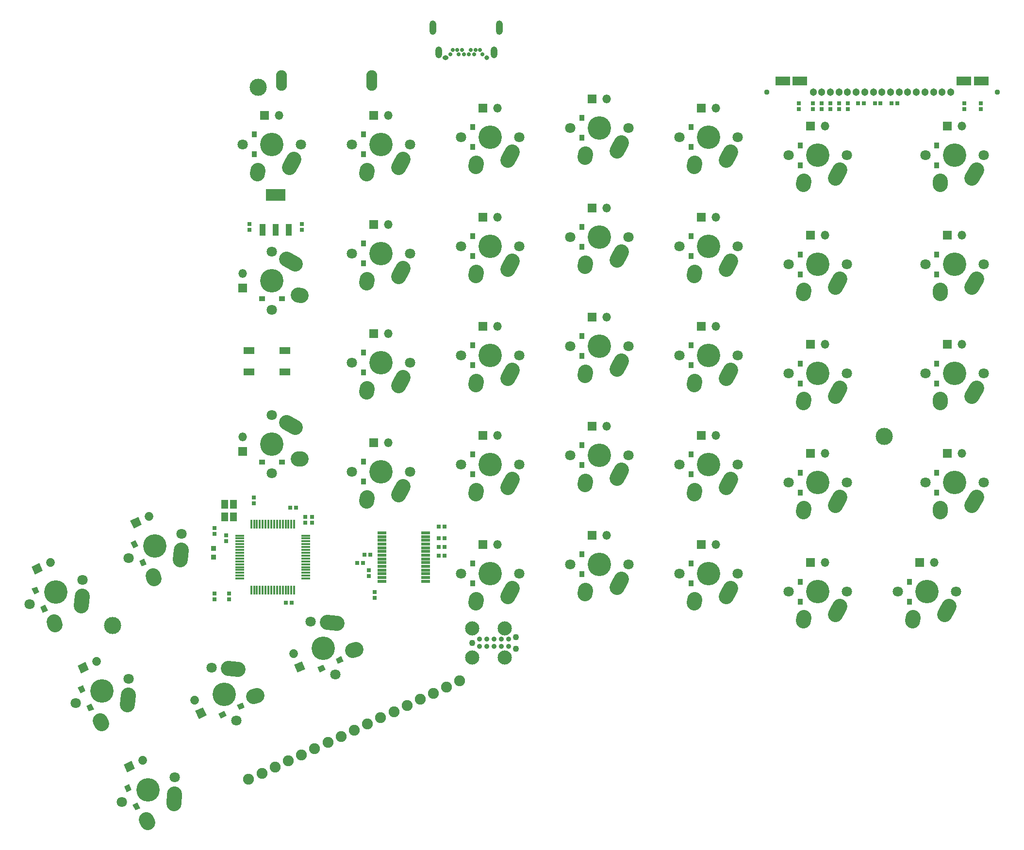
<source format=gbs>
G04 #@! TF.FileFunction,Soldermask,Bot*
%FSLAX46Y46*%
G04 Gerber Fmt 4.6, Leading zero omitted, Abs format (unit mm)*
G04 Created by KiCad (PCBNEW (2016-03-18 BZR 6629, Git 60d93d0)-product) date 7/17/2016 1:37:34 PM*
%MOMM*%
G01*
G04 APERTURE LIST*
%ADD10C,0.150000*%
%ADD11C,0.801600*%
%ADD12C,0.701600*%
%ADD13O,1.201600X2.051600*%
%ADD14O,1.201600X2.501600*%
%ADD15O,1.051600X0.801600*%
%ADD16R,0.401600X1.601600*%
%ADD17R,1.601600X0.401600*%
%ADD18R,1.301600X1.501600*%
%ADD19C,1.901600*%
%ADD20C,0.889000*%
%ADD21C,1.092210*%
%ADD22C,2.476510*%
%ADD23R,0.751600X0.701600*%
%ADD24R,0.701600X0.751600*%
%ADD25R,1.531600X0.501600*%
%ADD26R,0.899160X0.899160*%
%ADD27R,1.901600X1.201600*%
%ADD28R,1.051600X2.001600*%
%ADD29R,3.351600X2.001600*%
%ADD30O,1.901600X3.601600*%
%ADD31R,2.501600X1.601600*%
%ADD32C,1.301600*%
%ADD33C,0.951610*%
%ADD34C,3.000000*%
%ADD35O,1.501600X1.501600*%
%ADD36R,1.501600X1.501600*%
%ADD37C,1.501600*%
%ADD38R,1.102360X0.952500*%
%ADD39R,0.952500X1.102360*%
%ADD40C,4.089410*%
%ADD41C,1.803410*%
%ADD42C,2.601600*%
G04 APERTURE END LIST*
D10*
D11*
X109899000Y-49936400D03*
D12*
X103499000Y-49386400D03*
X103899000Y-48586400D03*
X104699000Y-48586400D03*
X104949000Y-49386400D03*
X105499000Y-48586400D03*
X105899000Y-49386400D03*
X106699000Y-49386400D03*
X107099000Y-48586400D03*
X107649000Y-49386400D03*
X107899000Y-48586400D03*
X108699000Y-48586400D03*
X109099000Y-49386400D03*
D13*
X111099000Y-49011400D03*
X101499000Y-49061400D03*
D14*
X112099000Y-44686400D03*
X100499000Y-44686400D03*
D15*
X102699000Y-49936400D03*
D16*
X76267000Y-142910000D03*
X75767000Y-142910000D03*
X75267000Y-142910000D03*
X74767000Y-142910000D03*
X74267000Y-142910000D03*
X73767000Y-142910000D03*
X73267000Y-142910000D03*
X72767000Y-142910000D03*
X72267000Y-142910000D03*
X71767000Y-142910000D03*
X71267000Y-142910000D03*
X70767000Y-142910000D03*
X70267000Y-142910000D03*
X69767000Y-142910000D03*
X69267000Y-142910000D03*
X68767000Y-142910000D03*
D17*
X66767000Y-140910000D03*
X66767000Y-140410000D03*
X66767000Y-139910000D03*
X66767000Y-139410000D03*
X66767000Y-138910000D03*
X66767000Y-138410000D03*
X66767000Y-137910000D03*
X66767000Y-137410000D03*
X66767000Y-136910000D03*
X66767000Y-136410000D03*
X66767000Y-135910000D03*
X66767000Y-135410000D03*
X66767000Y-134910000D03*
X66767000Y-134410000D03*
X66767000Y-133910000D03*
X66767000Y-133410000D03*
D16*
X68767000Y-131410000D03*
X69267000Y-131410000D03*
X69767000Y-131410000D03*
X70267000Y-131410000D03*
X70767000Y-131410000D03*
X71267000Y-131410000D03*
X71767000Y-131410000D03*
X72267000Y-131410000D03*
X72767000Y-131410000D03*
X73267000Y-131410000D03*
X73767000Y-131410000D03*
X74267000Y-131410000D03*
X74767000Y-131410000D03*
X75267000Y-131410000D03*
X75767000Y-131410000D03*
X76267000Y-131410000D03*
D17*
X78267000Y-133410000D03*
X78267000Y-133910000D03*
X78267000Y-134410000D03*
X78267000Y-134910000D03*
X78267000Y-135410000D03*
X78267000Y-135910000D03*
X78267000Y-136410000D03*
X78267000Y-136910000D03*
X78267000Y-137410000D03*
X78267000Y-137910000D03*
X78267000Y-138410000D03*
X78267000Y-138910000D03*
X78267000Y-139410000D03*
X78267000Y-139910000D03*
X78267000Y-140410000D03*
X78267000Y-140910000D03*
D18*
X65697000Y-127932000D03*
X64097000Y-127932000D03*
X64097000Y-130132000D03*
X65697000Y-130132000D03*
D19*
X68324826Y-175973603D03*
X70626848Y-174900153D03*
X72928869Y-173826702D03*
X75230891Y-172753252D03*
X77532913Y-171679802D03*
X79834935Y-170606351D03*
X82136956Y-169532901D03*
X84438978Y-168459450D03*
X86741000Y-167386000D03*
X89043022Y-166312550D03*
X91345044Y-165239099D03*
X93647065Y-164165649D03*
X95949087Y-163092198D03*
X98251109Y-162018748D03*
X100553131Y-160945298D03*
X102855152Y-159871847D03*
X105157174Y-158798397D03*
D20*
X111125000Y-152781000D03*
X111125000Y-151511000D03*
X112395000Y-152781000D03*
X112395000Y-151511000D03*
X113665000Y-151511000D03*
X113665000Y-152781000D03*
X109855000Y-152781000D03*
X109855000Y-151511000D03*
X108585000Y-152781000D03*
X108585000Y-151511000D03*
D21*
X107315000Y-152146000D03*
X114935000Y-153162000D03*
X114935000Y-151130000D03*
D22*
X107315000Y-154686000D03*
X113030000Y-154686000D03*
X107315000Y-149606000D03*
X113030000Y-149606000D03*
D23*
X62357000Y-143518000D03*
X62357000Y-144518000D03*
X164338000Y-57920000D03*
X164338000Y-58920000D03*
X193167000Y-57920000D03*
X193167000Y-58920000D03*
X196088000Y-57920000D03*
X196088000Y-58920000D03*
D24*
X178554000Y-57912000D03*
X177554000Y-57912000D03*
D23*
X166751000Y-58920000D03*
X166751000Y-57920000D03*
D24*
X175633000Y-57912000D03*
X174633000Y-57912000D03*
D23*
X168275000Y-58920000D03*
X168275000Y-57920000D03*
X169799000Y-58920000D03*
X169799000Y-57920000D03*
X171323000Y-58920000D03*
X171323000Y-57920000D03*
X172847000Y-58920000D03*
X172847000Y-57920000D03*
X64389000Y-134358000D03*
X64389000Y-133358000D03*
D24*
X102481000Y-135382000D03*
X101481000Y-135382000D03*
D23*
X69215000Y-127754000D03*
X69215000Y-126754000D03*
D24*
X75811000Y-145161000D03*
X74811000Y-145161000D03*
D23*
X77597000Y-80002000D03*
X77597000Y-79002000D03*
X78232000Y-130183000D03*
X78232000Y-131183000D03*
D24*
X76573000Y-128524000D03*
X75573000Y-128524000D03*
D23*
X68453000Y-80002000D03*
X68453000Y-79002000D03*
X79375000Y-130183000D03*
X79375000Y-131183000D03*
X64897000Y-143518000D03*
X64897000Y-144518000D03*
D24*
X87257000Y-138176000D03*
X88257000Y-138176000D03*
X88527000Y-136779000D03*
X89527000Y-136779000D03*
X102481000Y-131826000D03*
X101481000Y-131826000D03*
D23*
X90297000Y-143264000D03*
X90297000Y-144264000D03*
X89281000Y-140454000D03*
X89281000Y-139454000D03*
D24*
X102481000Y-133858000D03*
X101481000Y-133858000D03*
D23*
X62357000Y-133088000D03*
X62357000Y-132088000D03*
D24*
X101481000Y-136906000D03*
X102481000Y-136906000D03*
D25*
X99172000Y-132935000D03*
X99172000Y-133585000D03*
X99172000Y-134235000D03*
X99172000Y-134885000D03*
X99172000Y-135535000D03*
X99172000Y-136185000D03*
X99172000Y-136835000D03*
X99172000Y-137485000D03*
X99172000Y-138135000D03*
X99172000Y-138785000D03*
X99172000Y-139435000D03*
X99172000Y-140085000D03*
X99172000Y-140735000D03*
X99172000Y-141385000D03*
X91582000Y-141385000D03*
X91582000Y-140735000D03*
X91582000Y-140085000D03*
X91582000Y-139435000D03*
X91582000Y-138785000D03*
X91582000Y-138135000D03*
X91582000Y-137485000D03*
X91582000Y-136835000D03*
X91582000Y-136185000D03*
X91582000Y-135535000D03*
X91582000Y-134885000D03*
X91582000Y-134235000D03*
X91582000Y-133585000D03*
X91582000Y-132935000D03*
D26*
X62212500Y-135669700D03*
X62212500Y-137168300D03*
D24*
X180475000Y-57912000D03*
X181475000Y-57912000D03*
D27*
X68401000Y-104847000D03*
X68401000Y-101147000D03*
X74601000Y-104847000D03*
X74601000Y-101147000D03*
D28*
X73025000Y-80012000D03*
X70725000Y-80012000D03*
X75325000Y-80012000D03*
D29*
X73025000Y-73912000D03*
D30*
X74015000Y-53958000D03*
X89815000Y-53958000D03*
D31*
X161500000Y-54064000D03*
X164500000Y-54064000D03*
D32*
X166800000Y-56014000D03*
X168300000Y-56014000D03*
X169800000Y-56014000D03*
X171300000Y-56014000D03*
X172800000Y-56014000D03*
X174300000Y-56014000D03*
X175800000Y-56014000D03*
X177300000Y-56014000D03*
X178800000Y-56014000D03*
X180300000Y-56014000D03*
X181800000Y-56014000D03*
X183300000Y-56014000D03*
X184800000Y-56014000D03*
X186300000Y-56014000D03*
X187800000Y-56014000D03*
X189300000Y-56014000D03*
X190800000Y-56014000D03*
D31*
X193100000Y-54064000D03*
X196100000Y-54064000D03*
D33*
X198900000Y-56014000D03*
X158700000Y-56014000D03*
D34*
X69977000Y-55118000D03*
X179197000Y-116078000D03*
X44577000Y-149098000D03*
D35*
X168910000Y-80972700D03*
D36*
X166370000Y-80972700D03*
D37*
X49804711Y-172661275D02*
X49804711Y-172661275D01*
D10*
G36*
X47139535Y-174732483D02*
X46504931Y-173371571D01*
X47865843Y-172736967D01*
X48500447Y-174097879D01*
X47139535Y-174732483D01*
X47139535Y-174732483D01*
G37*
D35*
X168910000Y-119073000D03*
D36*
X166370000Y-119073000D03*
D35*
X149860000Y-77797700D03*
D36*
X147320000Y-77797700D03*
D35*
X149860000Y-115898000D03*
D36*
X147320000Y-115898000D03*
D35*
X130810000Y-76200000D03*
D36*
X128270000Y-76200000D03*
D35*
X130810000Y-114300000D03*
D36*
X128270000Y-114300000D03*
D35*
X111760000Y-77797700D03*
D36*
X109220000Y-77797700D03*
D35*
X192722000Y-119073000D03*
D36*
X190182000Y-119073000D03*
D35*
X192722000Y-80972700D03*
D36*
X190182000Y-80972700D03*
D37*
X41752911Y-155394275D02*
X41752911Y-155394275D01*
D10*
G36*
X39087735Y-157465483D02*
X38453131Y-156104571D01*
X39814043Y-155469967D01*
X40448647Y-156830879D01*
X39087735Y-157465483D01*
X39087735Y-157465483D01*
G37*
D35*
X92710000Y-98118000D03*
D36*
X90170000Y-98118000D03*
D35*
X111760000Y-115898000D03*
D36*
X109220000Y-115898000D03*
D35*
X111760000Y-96848000D03*
D36*
X109220000Y-96848000D03*
D37*
X58899275Y-162114989D02*
X58899275Y-162114989D01*
D10*
G36*
X60970483Y-164780165D02*
X59609571Y-165414769D01*
X58974967Y-164053857D01*
X60335879Y-163419253D01*
X60970483Y-164780165D01*
X60970483Y-164780165D01*
G37*
D35*
X149860000Y-58747700D03*
D36*
X147320000Y-58747700D03*
D35*
X130810000Y-95250000D03*
D36*
X128270000Y-95250000D03*
D37*
X76161075Y-154058989D02*
X76161075Y-154058989D01*
D10*
G36*
X78232283Y-156724165D02*
X76871371Y-157358769D01*
X76236767Y-155997857D01*
X77597679Y-155363253D01*
X78232283Y-156724165D01*
X78232283Y-156724165D01*
G37*
D35*
X92710000Y-60020200D03*
D36*
X90170000Y-60020200D03*
D35*
X149860000Y-96848000D03*
D36*
X147320000Y-96848000D03*
D35*
X111760000Y-134948000D03*
D36*
X109220000Y-134948000D03*
D35*
X111760000Y-58747700D03*
D36*
X109220000Y-58747700D03*
D35*
X168910000Y-100023000D03*
D36*
X166370000Y-100023000D03*
D35*
X130810000Y-133350000D03*
D36*
X128270000Y-133350000D03*
D35*
X130810000Y-57150000D03*
D36*
X128270000Y-57150000D03*
D35*
X192722000Y-100023000D03*
D36*
X190182000Y-100023000D03*
D35*
X149860000Y-134948000D03*
D36*
X147320000Y-134948000D03*
D35*
X73660000Y-60020200D03*
D36*
X71120000Y-60020200D03*
D37*
X33703611Y-138130275D02*
X33703611Y-138130275D01*
D10*
G36*
X31038435Y-140201483D02*
X30403831Y-138840571D01*
X31764743Y-138205967D01*
X32399347Y-139566879D01*
X31038435Y-140201483D01*
X31038435Y-140201483D01*
G37*
D35*
X168910000Y-138123000D03*
D36*
X166370000Y-138123000D03*
D35*
X168910000Y-61925200D03*
D36*
X166370000Y-61925200D03*
D37*
X50968011Y-130080275D02*
X50968011Y-130080275D01*
D10*
G36*
X48302835Y-132151483D02*
X47668231Y-130790571D01*
X49029143Y-130155967D01*
X49663747Y-131516879D01*
X48302835Y-132151483D01*
X48302835Y-132151483D01*
G37*
D35*
X187960000Y-138123000D03*
D36*
X185420000Y-138123000D03*
D35*
X192722000Y-61925200D03*
D36*
X190182000Y-61925200D03*
D35*
X67310000Y-116215000D03*
D36*
X67310000Y-118755000D03*
D35*
X67310000Y-87640200D03*
D36*
X67310000Y-90180200D03*
D35*
X92710000Y-117168000D03*
D36*
X90170000Y-117168000D03*
D35*
X92710000Y-79067700D03*
D36*
X90170000Y-79067700D03*
D10*
G36*
X80731938Y-157290249D02*
X80329394Y-156426991D01*
X81328472Y-155961113D01*
X81731016Y-156824371D01*
X80731938Y-157290249D01*
X80731938Y-157290249D01*
G37*
G36*
X83904124Y-155811034D02*
X83501580Y-154947776D01*
X84500658Y-154481898D01*
X84903202Y-155345156D01*
X83904124Y-155811034D01*
X83904124Y-155811034D01*
G37*
D38*
X70637400Y-120596000D03*
X74137520Y-120596000D03*
D39*
X88328500Y-120495400D03*
X88328500Y-123995520D03*
X107378000Y-119225400D03*
X107378000Y-122725520D03*
X126428000Y-117627400D03*
X126428000Y-121127520D03*
X145478000Y-119225400D03*
X145478000Y-122725520D03*
X164528000Y-122400400D03*
X164528000Y-125900520D03*
X188340000Y-122400400D03*
X188340000Y-125900520D03*
D10*
G36*
X38523551Y-159962338D02*
X39386809Y-159559794D01*
X39852687Y-160558872D01*
X38989429Y-160961416D01*
X38523551Y-159962338D01*
X38523551Y-159962338D01*
G37*
G36*
X40002766Y-163134524D02*
X40866024Y-162731980D01*
X41331902Y-163731058D01*
X40468644Y-164133602D01*
X40002766Y-163134524D01*
X40002766Y-163134524D01*
G37*
G36*
X46575351Y-177229338D02*
X47438609Y-176826794D01*
X47904487Y-177825872D01*
X47041229Y-178228416D01*
X46575351Y-177229338D01*
X46575351Y-177229338D01*
G37*
G36*
X48054566Y-180401524D02*
X48917824Y-179998980D01*
X49383702Y-180998058D01*
X48520444Y-181400602D01*
X48054566Y-180401524D01*
X48054566Y-180401524D01*
G37*
G36*
X63467538Y-165342249D02*
X63064994Y-164478991D01*
X64064072Y-164013113D01*
X64466616Y-164876371D01*
X63467538Y-165342249D01*
X63467538Y-165342249D01*
G37*
G36*
X66639724Y-163863034D02*
X66237180Y-162999776D01*
X67236258Y-162533898D01*
X67638802Y-163397156D01*
X66639724Y-163863034D01*
X66639724Y-163863034D01*
G37*
D39*
X69278500Y-63347600D03*
X69278500Y-66847720D03*
X107378000Y-138275400D03*
X107378000Y-141775520D03*
X126428000Y-136677400D03*
X126428000Y-140177520D03*
X145478000Y-138275400D03*
X145478000Y-141775520D03*
X164528000Y-141450400D03*
X164528000Y-144950520D03*
X183578000Y-141450400D03*
X183578000Y-144950520D03*
X126428000Y-79527400D03*
X126428000Y-83027520D03*
X145478000Y-62075100D03*
X145478000Y-65575220D03*
X126428000Y-60477400D03*
X126428000Y-63977520D03*
X107378000Y-62075100D03*
X107378000Y-65575220D03*
X88328500Y-63347600D03*
X88328500Y-66847720D03*
D10*
G36*
X47738651Y-134646338D02*
X48601909Y-134243794D01*
X49067787Y-135242872D01*
X48204529Y-135645416D01*
X47738651Y-134646338D01*
X47738651Y-134646338D01*
G37*
G36*
X49217866Y-137818524D02*
X50081124Y-137415980D01*
X50547002Y-138415058D01*
X49683744Y-138817602D01*
X49217866Y-137818524D01*
X49217866Y-137818524D01*
G37*
D39*
X164528000Y-65252600D03*
X164528000Y-68752720D03*
X188340000Y-65252600D03*
X188340000Y-68752720D03*
D38*
X70637400Y-92021700D03*
X74137520Y-92021700D03*
D39*
X88328500Y-82395100D03*
X88328500Y-85895220D03*
X107378000Y-81125100D03*
X107378000Y-84625220D03*
X145478000Y-81125100D03*
X145478000Y-84625220D03*
X164528000Y-84300100D03*
X164528000Y-87800220D03*
X188340000Y-84300100D03*
X188340000Y-87800220D03*
X88328500Y-101445400D03*
X88328500Y-104945520D03*
X107378000Y-100175400D03*
X107378000Y-103675520D03*
X126428000Y-98577400D03*
X126428000Y-102077520D03*
X145478000Y-100175400D03*
X145478000Y-103675520D03*
X164528000Y-103350400D03*
X164528000Y-106850520D03*
X188340000Y-103350400D03*
X188340000Y-106850520D03*
D10*
G36*
X30474251Y-142698338D02*
X31337509Y-142295794D01*
X31803387Y-143294872D01*
X30940129Y-143697416D01*
X30474251Y-142698338D01*
X30474251Y-142698338D01*
G37*
G36*
X31953466Y-145870524D02*
X32816724Y-145467980D01*
X33282602Y-146467058D01*
X32419344Y-146869602D01*
X31953466Y-145870524D01*
X31953466Y-145870524D01*
G37*
D40*
X81302900Y-153065000D03*
D41*
X79155999Y-148460956D03*
X83449801Y-157669044D03*
D42*
X83660426Y-148656034D02*
X81994596Y-148538086D01*
X86979669Y-153220155D02*
X86438555Y-153428953D01*
D40*
X51963300Y-135219000D03*
D41*
X56567344Y-133072099D03*
X47359256Y-137365901D03*
D42*
X56372266Y-137576526D02*
X56490214Y-135910696D01*
X51808145Y-140895769D02*
X51599347Y-140354655D01*
D40*
X91440000Y-65100200D03*
D41*
X96520000Y-65100200D03*
X86360000Y-65100200D03*
D42*
X94439547Y-69100154D02*
X95250453Y-67640246D01*
X88900276Y-70179528D02*
X88939724Y-69600872D01*
D40*
X148590000Y-82877700D03*
D41*
X153670000Y-82877700D03*
X143510000Y-82877700D03*
D42*
X151589547Y-86877654D02*
X152400453Y-85417746D01*
X146050276Y-87957028D02*
X146089724Y-87378372D01*
D40*
X64038500Y-161117000D03*
D41*
X61891599Y-156512956D03*
X66185401Y-165721044D03*
D42*
X66396026Y-156708034D02*
X64730196Y-156590086D01*
X69715269Y-161272155D02*
X69174155Y-161480953D01*
D40*
X110490000Y-140028000D03*
D41*
X115570000Y-140028000D03*
X105410000Y-140028000D03*
D42*
X113489547Y-144027954D02*
X114300453Y-142568046D01*
X107950276Y-145107328D02*
X107989724Y-144528672D01*
D40*
X129540000Y-138430000D03*
D41*
X134620000Y-138430000D03*
X124460000Y-138430000D03*
D42*
X132539547Y-142429954D02*
X133350453Y-140970046D01*
X127000276Y-143509328D02*
X127039724Y-142930672D01*
D40*
X167640000Y-143203000D03*
D41*
X172720000Y-143203000D03*
X162560000Y-143203000D03*
D42*
X170639547Y-147202954D02*
X171450453Y-145743046D01*
X165100276Y-148282328D02*
X165139724Y-147703672D01*
D40*
X91440000Y-122248000D03*
D41*
X96520000Y-122248000D03*
X86360000Y-122248000D03*
D42*
X94439547Y-126247954D02*
X95250453Y-124788046D01*
X88900276Y-127327328D02*
X88939724Y-126748672D01*
D40*
X110490000Y-120978000D03*
D41*
X115570000Y-120978000D03*
X105410000Y-120978000D03*
D42*
X113489547Y-124977954D02*
X114300453Y-123518046D01*
X107950276Y-126057328D02*
X107989724Y-125478672D01*
D40*
X129540000Y-119380000D03*
D41*
X134620000Y-119380000D03*
X124460000Y-119380000D03*
D42*
X132539547Y-123379954D02*
X133350453Y-121920046D01*
X127000276Y-124459328D02*
X127039724Y-123880672D01*
D40*
X148590000Y-120978000D03*
D41*
X153670000Y-120978000D03*
X143510000Y-120978000D03*
D42*
X151589547Y-124977954D02*
X152400453Y-123518046D01*
X146050276Y-126057328D02*
X146089724Y-125478672D01*
D40*
X167640000Y-124153000D03*
D41*
X172720000Y-124153000D03*
X162560000Y-124153000D03*
D42*
X170639547Y-128152954D02*
X171450453Y-126693046D01*
X165100276Y-129232328D02*
X165139724Y-128653672D01*
D40*
X91440000Y-103198000D03*
D41*
X96520000Y-103198000D03*
X86360000Y-103198000D03*
D42*
X94439547Y-107197954D02*
X95250453Y-105738046D01*
X88900276Y-108277328D02*
X88939724Y-107698672D01*
D40*
X110490000Y-101928000D03*
D41*
X115570000Y-101928000D03*
X105410000Y-101928000D03*
D42*
X113489547Y-105927954D02*
X114300453Y-104468046D01*
X107950276Y-107007328D02*
X107989724Y-106428672D01*
D40*
X129540000Y-100330000D03*
D41*
X134620000Y-100330000D03*
X124460000Y-100330000D03*
D42*
X132539547Y-104329954D02*
X133350453Y-102870046D01*
X127000276Y-105409328D02*
X127039724Y-104830672D01*
D40*
X148590000Y-101928000D03*
D41*
X153670000Y-101928000D03*
X143510000Y-101928000D03*
D42*
X151589547Y-105927954D02*
X152400453Y-104468046D01*
X146050276Y-107007328D02*
X146089724Y-106428672D01*
D40*
X167640000Y-105103000D03*
D41*
X172720000Y-105103000D03*
X162560000Y-105103000D03*
D42*
X170639547Y-109102954D02*
X171450453Y-107643046D01*
X165100276Y-110182328D02*
X165139724Y-109603672D01*
D40*
X110490000Y-82877700D03*
D41*
X115570000Y-82877700D03*
X105410000Y-82877700D03*
D42*
X113489547Y-86877654D02*
X114300453Y-85417746D01*
X107950276Y-87957028D02*
X107989724Y-87378372D01*
D40*
X129540000Y-81280000D03*
D41*
X134620000Y-81280000D03*
X124460000Y-81280000D03*
D42*
X132539547Y-85279954D02*
X133350453Y-83820046D01*
X127000276Y-86359328D02*
X127039724Y-85780672D01*
D40*
X167640000Y-86052700D03*
D41*
X172720000Y-86052700D03*
X162560000Y-86052700D03*
D42*
X170639547Y-90052654D02*
X171450453Y-88592746D01*
X165100276Y-91132028D02*
X165139724Y-90553372D01*
D40*
X148590000Y-140028000D03*
D41*
X153670000Y-140028000D03*
X143510000Y-140028000D03*
D42*
X151589547Y-144027954D02*
X152400453Y-142568046D01*
X146050276Y-145107328D02*
X146089724Y-144528672D01*
D40*
X110490000Y-63827700D03*
D41*
X115570000Y-63827700D03*
X105410000Y-63827700D03*
D42*
X113489547Y-67827654D02*
X114300453Y-66367746D01*
X107950276Y-68907028D02*
X107989724Y-68328372D01*
D40*
X129540000Y-62230000D03*
D41*
X134620000Y-62230000D03*
X124460000Y-62230000D03*
D42*
X132539547Y-66229954D02*
X133350453Y-64770046D01*
X127000276Y-67309328D02*
X127039724Y-66730672D01*
D40*
X148590000Y-63827700D03*
D41*
X153670000Y-63827700D03*
X143510000Y-63827700D03*
D42*
X151589547Y-67827654D02*
X152400453Y-66367746D01*
X146050276Y-68907028D02*
X146089724Y-68328372D01*
D40*
X167640000Y-67005200D03*
D41*
X172720000Y-67005200D03*
X162560000Y-67005200D03*
D42*
X170639547Y-71005154D02*
X171450453Y-69545246D01*
X165100276Y-72084528D02*
X165139724Y-71505872D01*
D40*
X34698900Y-143269000D03*
D41*
X39302944Y-141122099D03*
X30094856Y-145415901D03*
D42*
X39107866Y-145626526D02*
X39225814Y-143960696D01*
X34543745Y-148945769D02*
X34334947Y-148404655D01*
D40*
X50800000Y-177800000D03*
D41*
X55404044Y-175653099D03*
X46195956Y-179946901D03*
D42*
X55208966Y-180157526D02*
X55326914Y-178491696D01*
X50644845Y-183476769D02*
X50436047Y-182935655D01*
D40*
X42748200Y-160533000D03*
D41*
X47352244Y-158386099D03*
X38144156Y-162679901D03*
D42*
X47157166Y-162890526D02*
X47275114Y-161224696D01*
X42593045Y-166209769D02*
X42384247Y-165668655D01*
D40*
X91440000Y-84147700D03*
D41*
X96520000Y-84147700D03*
X86360000Y-84147700D03*
D42*
X94439547Y-88147654D02*
X95250453Y-86687746D01*
X88900276Y-89227028D02*
X88939724Y-88648372D01*
D40*
X186690000Y-143203000D03*
D41*
X191770000Y-143203000D03*
X181610000Y-143203000D03*
D42*
X189689547Y-147202954D02*
X190500453Y-145743046D01*
X184150276Y-148282328D02*
X184189724Y-147703672D01*
D40*
X72390000Y-117485000D03*
D41*
X72390000Y-112405000D03*
X72390000Y-122565000D03*
D42*
X76389954Y-114485453D02*
X74930046Y-113674547D01*
X77469328Y-120024724D02*
X76890672Y-119985276D01*
D40*
X72390000Y-65100200D03*
D41*
X77470000Y-65100200D03*
X67310000Y-65100200D03*
D42*
X75389547Y-69100154D02*
X76200453Y-67640246D01*
X69850276Y-70179528D02*
X69889724Y-69600872D01*
D40*
X72390000Y-88910200D03*
D41*
X72390000Y-83830200D03*
X72390000Y-93990200D03*
D42*
X76389954Y-85910653D02*
X74930046Y-85099747D01*
X77469328Y-91449924D02*
X76890672Y-91410476D01*
D40*
X191452000Y-124153000D03*
D41*
X196532000Y-124153000D03*
X186372000Y-124153000D03*
D42*
X194451547Y-128152954D02*
X195262453Y-126693046D01*
X188912276Y-129232328D02*
X188951724Y-128653672D01*
D40*
X191452000Y-67005200D03*
D41*
X196532000Y-67005200D03*
X186372000Y-67005200D03*
D42*
X194451547Y-71005154D02*
X195262453Y-69545246D01*
X188912276Y-72084528D02*
X188951724Y-71505872D01*
D40*
X191452000Y-86052700D03*
D41*
X196532000Y-86052700D03*
X186372000Y-86052700D03*
D42*
X194451547Y-90052654D02*
X195262453Y-88592746D01*
X188912276Y-91132028D02*
X188951724Y-90553372D01*
D40*
X191452000Y-105103000D03*
D41*
X196532000Y-105103000D03*
X186372000Y-105103000D03*
D42*
X194451547Y-109102954D02*
X195262453Y-107643046D01*
X188912276Y-110182328D02*
X188951724Y-109603672D01*
M02*

</source>
